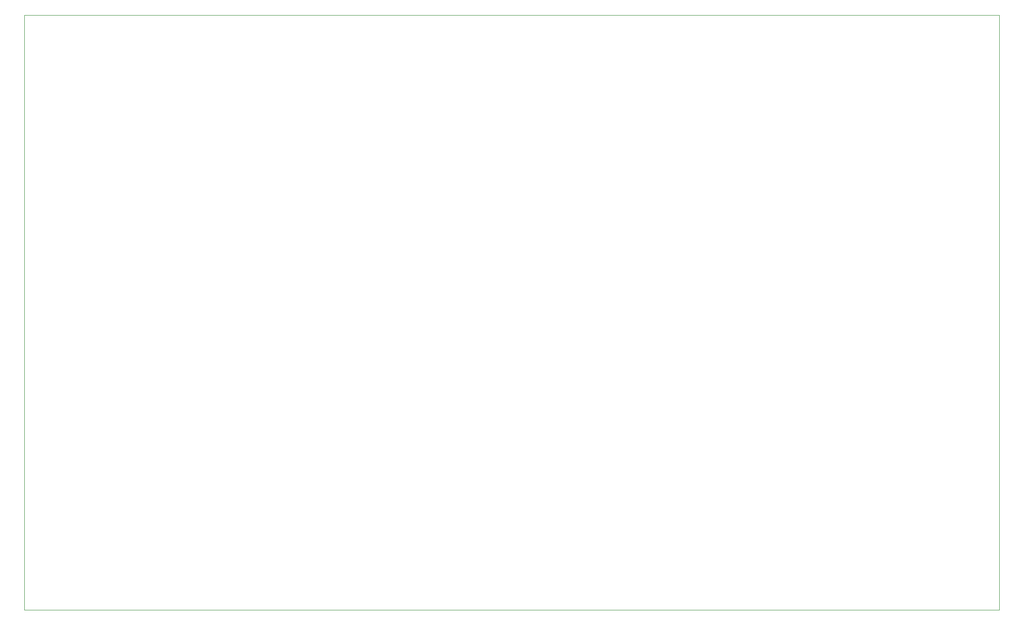
<source format=gbr>
%TF.GenerationSoftware,KiCad,Pcbnew,9.0.5*%
%TF.CreationDate,2025-10-14T21:49:14+01:00*%
%TF.ProjectId,TD4cpu,54443463-7075-42e6-9b69-6361645f7063,rev?*%
%TF.SameCoordinates,Original*%
%TF.FileFunction,Profile,NP*%
%FSLAX46Y46*%
G04 Gerber Fmt 4.6, Leading zero omitted, Abs format (unit mm)*
G04 Created by KiCad (PCBNEW 9.0.5) date 2025-10-14 21:49:14*
%MOMM*%
%LPD*%
G01*
G04 APERTURE LIST*
%TA.AperFunction,Profile*%
%ADD10C,0.050000*%
%TD*%
G04 APERTURE END LIST*
D10*
X50000000Y-50000000D02*
X230000000Y-50000000D01*
X230000000Y-160000000D01*
X50000000Y-160000000D01*
X50000000Y-50000000D01*
M02*

</source>
